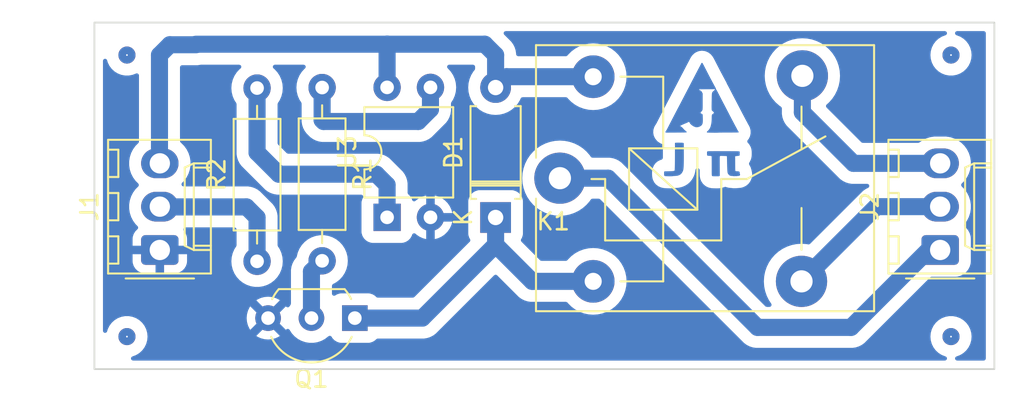
<source format=kicad_pcb>
(kicad_pcb (version 20240108) (generator "pcbnew") (generator_version "8.0")
  (layers (0 "F.Cu" signal) (31 "B.Cu" signal) (34 "B.Paste" user) (35 "F.Paste" user) (36 "B.SilkS" user "B.Silkscreen") (37 "F.SilkS" user "F.Silkscreen") (38 "B.Mask" user) (39 "F.Mask" user) (44 "Edge.Cuts" user))
  (net 0 "")
  (net 1 "+5V")
  (net 2 "Net-(D1-A)")
  (net 3 "GND")
  (net 4 "Net-(J2-Pad1)")
  (net 5 "Net-(J2-Pad2)")
  (net 6 "Net-(J2-Pad3)")
  (net 7 "Net-(Q1-B)")
  (net 8 "Net-(R1-Pad1)")
  (net 9 "Net-(R2-Pad2)")
  (net 10 "Net-(J1-Pad2)")
  (footprint "Package_TO_SOT_THT:TO-92L_Inline_Wide" (layer "F.Cu") (at 125.105 124.01 180)
    (property "Reference" "Q1" (at 2.54 -3.56 180) (layer "F.SilkS"))
    (property "Value" "BC337")
    (fp_line (start 0.6 1.7) (end 4.45 1.7) (stroke (width 0.12)) (layer "F.SilkS"))
    (fp_arc (start 4.842383 1.112264) (mid 4.666594 1.419753) (end 4.45 1.7) (stroke (width 0.12)) (layer "F.SilkS"))
    (fp_arc (start 2.54 -2.6) (mid 3.936979 -2.192818) (end 4.8964 -1.098807) (stroke (width 0.12)) (layer "F.SilkS"))
    (fp_arc (start 0.6 1.7) (mid 0.389183 1.423933) (end 0.217369 1.122045) (stroke (width 0.12)) (layer "F.SilkS"))
    (fp_arc (start 0.1836 -1.098807) (mid 1.143021 -2.192817) (end 2.54 -2.6) (stroke (width 0.12)) (layer "F.SilkS"))
    (pad "1" thru_hole rect (at 0 0 180) (size 1.5 1.5) (drill 0.8) (layers "*.Cu" "*.Mask") (net 2 "Net-(D1-A)"))
    (pad "2" thru_hole circle (at 2.54 0 180) (size 1.5 1.5) (drill 0.8) (layers "*.Cu" "*.Mask") (net 7 "Net-(Q1-B)"))
    (pad "3" thru_hole circle (at 5.08 0 180) (size 1.5 1.5) (drill 0.8) (layers "*.Cu" "*.Mask") (net 3 "GND"))
  )
  (footprint "Relay_THT:Relay_SPDT_SANYOU_SRD_Series_Form_C" (layer "F.Cu") (at 137.115 115.805)
    (property "Reference" "K1" (at -0.39 2.54 0) (layer "F.SilkS"))
    (property "Value" "RELAY_C")
    (fp_line (start -1.4 -7.8) (end -1.4 -1.2) (stroke (width 0.12)) (layer "F.SilkS"))
    (fp_line (start -1.4 -7.8) (end 18.4 -7.8) (stroke (width 0.12)) (layer "F.SilkS"))
    (fp_line (start -1.4 1.2) (end -1.4 7.8) (stroke (width 0.12)) (layer "F.SilkS"))
    (fp_line (start 2.65 0.05) (end 1.85 0.05) (stroke (width 0.12)) (layer "F.SilkS"))
    (fp_line (start 2.65 0.05) (end 2.65 3.65) (stroke (width 0.12)) (layer "F.SilkS"))
    (fp_line (start 3.55 6.05) (end 6.05 6.05) (stroke (width 0.12)) (layer "F.SilkS"))
    (fp_line (start 4.05 -1.75) (end 8.05 -1.75) (stroke (width 0.12)) (layer "F.SilkS"))
    (fp_line (start 4.05 1.85) (end 4.05 -1.75) (stroke (width 0.12)) (layer "F.SilkS"))
    (fp_line (start 6.05 -5.95) (end 3.55 -5.95) (stroke (width 0.12)) (layer "F.SilkS"))
    (fp_line (start 6.05 -5.95) (end 6.05 -1.75) (stroke (width 0.12)) (layer "F.SilkS"))
    (fp_line (start 6.05 1.85) (end 6.05 6.05) (stroke (width 0.12)) (layer "F.SilkS"))
    (fp_line (start 8.05 -1.75) (end 8.05 1.85) (stroke (width 0.12)) (layer "F.SilkS"))
    (fp_line (start 8.05 1.85) (end 4.05 -1.75) (stroke (width 0.12)) (layer "F.SilkS"))
    (fp_line (start 8.05 1.85) (end 4.05 1.85) (stroke (width 0.12)) (layer "F.SilkS"))
    (fp_line (start 9.45 0.05) (end 9.45 3.65) (stroke (width 0.12)) (layer "F.SilkS"))
    (fp_line (start 9.45 0.05) (end 10.95 0.05) (stroke (width 0.12)) (layer "F.SilkS"))
    (fp_line (start 9.45 3.65) (end 2.65 3.65) (stroke (width 0.12)) (layer "F.SilkS"))
    (fp_line (start 10.95 0.05) (end 15.55 -2.45) (stroke (width 0.12)) (layer "F.SilkS"))
    (fp_line (start 14.15 -4.2) (end 14.15 -1.7) (stroke (width 0.12)) (layer "F.SilkS"))
    (fp_line (start 14.15 4.2) (end 14.15 1.75) (stroke (width 0.12)) (layer "F.SilkS"))
    (fp_line (start 18.4 -7.8) (end 18.4 7.8) (stroke (width 0.12)) (layer "F.SilkS"))
    (fp_line (start 18.4 7.8) (end -1.4 7.8) (stroke (width 0.12)) (layer "F.SilkS"))
    (pad "1" thru_hole circle (at 0 0 90) (size 3 3) (drill 1.3) (layers "*.Cu" "*.Mask") (net 4 "Net-(J2-Pad1)"))
    (pad "2" thru_hole circle (at 1.95 6.05 90) (size 2.5 2.5) (drill 1) (layers "*.Cu" "*.Mask") (net 2 "Net-(D1-A)"))
    (pad "3" thru_hole circle (at 14.15 6.05 90) (size 3 3) (drill 1.3) (layers "*.Cu" "*.Mask") (net 5 "Net-(J2-Pad2)"))
    (pad "4" thru_hole circle (at 14.2 -6 90) (size 3 3) (drill 1.3) (layers "*.Cu" "*.Mask") (net 6 "Net-(J2-Pad3)"))
    (pad "5" thru_hole circle (at 1.95 -5.95 90) (size 2.5 2.5) (drill 1) (layers "*.Cu" "*.Mask") (net 1 "+5V"))
  )
  (footprint "Imagenes:Logo_Cobre_4.8mm_7mm" (layer "F.Cu") (at 145.415 112.395)
    (property "Reference" "G***" (hide yes))
    (property "Value" "LOGO" (hide yes))
    (fp_poly (pts (xy -1.31985 1.327241) (xy -1.299041 1.327452) (xy -1.232725 1.328264) (xy -1.181208 1.329115) (xy -1.142403 1.330189) (xy -1.114221 1.331672) (xy -1.094575 1.333749) (xy -1.081377 1.336605) (xy -1.072539 1.340426) (xy -1.065972 1.345396) (xy -1.062854 1.348405) (xy -1.044416 1.366857) (xy -1.041564 1.888831) (xy -1.040919 2.0482) (xy -1.040846 2.191605) (xy -1.041386 2.319966) (xy -1.042584 2.434197) (xy -1.044482 2.535218) (xy -1.047122 2.623945) (xy -1.050548 2.701295) (xy -1.054803 2.768185) (xy -1.059929 2.825533) (xy -1.065969 2.874256) (xy -1.072966 2.915271) (xy -1.080963 2.949496) (xy -1.090003 2.977846) (xy -1.092787 2.985007) (xy -1.130151 3.063691) (xy -1.173107 3.12761) (xy -1.223544 3.178477) (xy -1.283352 3.218004) (xy -1.354421 3.247904) (xy -1.396421 3.260206) (xy -1.430058 3.266822) (xy -1.475918 3.272915) (xy -1.529333 3.277955) (xy -1.580319 3.281165) (xy -1.624689 3.283725) (xy -1.662818 3.286774) (xy -1.691641 3.29) (xy -1.708091 3.293092) (xy -1.710676 3.29441) (xy -1.720516 3.297058) (xy -1.7444 3.298955) (xy -1.779499 3.300139) (xy -1.822988 3.300647) (xy -1.87204 3.300518) (xy -1.923828 3.299789) (xy -1.975524 3.298498) (xy -2.024303 3.296682) (xy -2.067338 3.294379) (xy -2.101801 3.291628) (xy -2.122555 3.288909) (xy -2.152395 3.282304) (xy -2.175395 3.274967) (xy -2.186675 3.26846) (xy -2.186759 3.268332) (xy -2.191426 3.252295) (xy -2.195039 3.223813) (xy -2.197484 3.187302) (xy -2.198645 3.147181) (xy -2.198408 3.107866) (xy -2.196658 3.073775) (xy -2.19328 3.049323) (xy -2.192526 3.046408) (xy -2.182097 3.010339) (xy -1.933352 3.00491) (xy -1.84696 3.0027) (xy -1.775931 3.000091) (xy -1.718741 2.996922) (xy -1.673867 2.993031) (xy -1.639786 2.988256) (xy -1.614973 2.982436) (xy -1.597905 2.975408) (xy -1.588269 2.968285) (xy -1.584214 2.958921) (xy -1.580557 2.938983) (xy -1.577284 2.907925) (xy -1.574382 2.8652) (xy -1.571836 2.810262) (xy -1.569634 2.742565) (xy -1.567762 2.661562) (xy -1.566206 2.566708) (xy -1.564953 2.457456) (xy -1.563988 2.33326) (xy -1.563299 2.193573) (xy -1.562871 2.037851) (xy -1.562742 1.944056) (xy -1.562167 1.342202) (xy -1.539479 1.333576) (xy -1.523344 1.33088) (xy -1.491823 1.328861) (xy -1.446407 1.327556) (xy -1.388586 1.327004)) (fill solid) (layer "B.Cu"))
    (fp_poly (pts (xy 1.040486 1.825301) (xy 1.158606 1.825482) (xy 1.281273 1.825759) (xy 1.283511 1.825765) (xy 1.432825 1.826196) (xy 1.566073 1.826665) (xy 1.684076 1.827184) (xy 1.787656 1.827765) (xy 1.877635 1.82842) (xy 1.954834 1.82916) (xy 2.020076 1.829997) (xy 2.074181 1.830943) (xy 2.117972 1.832009) (xy 2.152271 1.833208) (xy 2.177899 1.83455) (xy 2.195678 1.836049) (xy 2.206429 1.837715) (xy 2.210256 1.839011) (xy 2.217938 1.844229) (xy 2.223212 1.851517) (xy 2.226529 1.863812) (xy 2.228341 1.88405) (xy 2.229099 1.915169) (xy 2.229255 1.960105) (xy 2.229256 1.962528) (xy 2.228827 2.011433) (xy 2.227382 2.045889) (xy 2.224685 2.068315) (xy 2.2205 2.081133) (xy 2.217266 2.085144) (xy 2.203934 2.090391) (xy 2.178239 2.096129) (xy 2.144648 2.101447) (xy 2.126491 2.103642) (xy 2.070222 2.109852) (xy 2.028586 2.114837) (xy 1.999413 2.119063) (xy 1.980532 2.122994) (xy 1.969773 2.127096) (xy 1.964966 2.131835) (xy 1.96394 2.137674) (xy 1.963969 2.138481) (xy 1.964138 2.149672) (xy 1.96435 2.176046) (xy 1.964598 2.215895) (xy 1.964873 2.267515) (xy 1.965165 2.329199) (xy 1.965468 2.399242) (xy 1.965771 2.475936) (xy 1.966067 2.557577) (xy 1.96608 2.561185) (xy 1.966488 2.65774) (xy 1.967018 2.738739) (xy 1.967711 2.805516) (xy 1.968609 2.859403) (xy 1.969753 2.901732) (xy 1.971185 2.933837) (xy 1.972947 2.957051) (xy 1.975079 2.972705) (xy 1.977624 2.982134) (xy 1.979302 2.98527) (xy 1.986903 2.992561) (xy 1.999309 2.997728) (xy 2.019693 3.001387) (xy 2.05123 3.004155) (xy 2.086965 3.006158) (xy 2.138493 3.009362) (xy 2.175607 3.01423) (xy 2.20078 3.022464) (xy 2.216486 3.035767) (xy 2.225197 3.055842) (xy 2.229388 3.084391) (xy 2.230702 3.105091) (xy 2.23389 3.141827) (xy 2.238882 3.165117) (xy 2.244272 3.172969) (xy 2.253562 3.183748) (xy 2.254297 3.203437) (xy 2.247319 3.226917) (xy 2.233471 3.249065) (xy 2.231367 3.251413) (xy 2.220115 3.262475) (xy 2.208521 3.269934) (xy 2.192802 3.274798) (xy 2.169178 3.278072) (xy 2.133867 3.280762) (xy 2.117064 3.281812) (xy 2.079545 3.284739) (xy 2.04862 3.288346) (xy 2.027966 3.292129) (xy 2.021316 3.29493) (xy 2.012122 3.296818) (xy 2.004782 3.292635) (xy 1.987066 3.286884) (xy 1.969647 3.288391) (xy 1.938221 3.294174) (xy 1.908605 3.296657) (xy 1.886383 3.295559) (xy 1.878823 3.292994) (xy 1.867358 3.290069) (xy 1.842881 3.286774) (xy 1.809249 3.283556) (xy 1.778639 3.281356) (xy 1.731063 3.277538) (xy 1.696184 3.272406) (xy 1.669818 3.265157) (xy 1.651484 3.257002) (xy 1.610964 3.228551) (xy 1.572774 3.189203) (xy 1.542001 3.144725) (xy 1.529557 3.118848) (xy 1.522935 3.097179) (xy 1.517027 3.067028) (xy 1.511774 3.027421) (xy 1.507114 2.977383) (xy 1.502991 2.915939) (xy 1.499343 2.842115) (xy 1.496112 2.754937) (xy 1.493239 2.653429) (xy 1.490663 2.536617) (xy 1.489181 2.455519) (xy 1.487542 2.366779) (xy 1.4859 2.293709) (xy 1.484197 2.235091) (xy 1.482373 2.189706) (xy 1.48037 2.156335) (xy 1.47813 2.13376) (xy 1.475593 2.120764) (xy 1.472836 2.116171) (xy 1.461581 2.114746) (xy 1.436051 2.113046) (xy 1.398852 2.111196) (xy 1.352593 2.109318) (xy 1.299882 2.107538) (xy 1.277868 2.106889) (xy 1.216385 2.105286) (xy 1.169535 2.104468) (xy 1.135079 2.104527) (xy 1.110775 2.105555) (xy 1.094382 2.107644) (xy 1.083662 2.110887) (xy 1.076629 2.115168) (xy 1.07331 2.118149) (xy 1.070464 2.122206) (xy 1.068062 2.128558) (xy 1.066072 2.138419) (xy 1.064467 2.153007) (xy 1.063214 2.173539) (xy 1.062286 2.20123) (xy 1.061652 2.237298) (xy 1.061282 2.282958) (xy 1.061146 2.339428) (xy 1.061214 2.407924) (xy 1.061458 2.489662) (xy 1.061845 2.585859) (xy 1.062347 2.697343) (xy 1.064952 3.266032) (xy 1.039933 3.283847) (xy 1.030764 3.289754) (xy 1.020511 3.294174) (xy 1.006754 3.297306) (xy 0.987072 3.299351) (xy 0.959043 3.30051) (xy 0.920247 3.300983) (xy 0.868263 3.300969) (xy 0.834667 3.300834) (xy 0.762573 3.300036) (xy 0.706911 3.298364) (xy 0.667251 3.295795) (xy 0.643158 3.292305) (xy 0.636323 3.28995) (xy 0.627442 3.285363) (xy 0.619801 3.281381) (xy 0.613307 3.276778) (xy 0.607868 3.270332) (xy 0.60339 3.260818) (xy 0.599781 3.247013) (xy 0.596948 3.227692) (xy 0.594798 3.201631) (xy 0.593239 3.167607) (xy 0.592177 3.124396) (xy 0.591521 3.070774) (xy 0.591176 3.005516) (xy 0.591051 2.9274) (xy 0.591052 2.8352) (xy 0.591087 2.727693) (xy 0.591091 2.693253) (xy 0.591047 2.579751) (xy 0.590901 2.481985) (xy 0.590627 2.398805) (xy 0.590202 2.329059) (xy 0.589602 2.271596) (xy 0.588801 2.225264) (xy 0.587776 2.188912) (xy 0.586503 2.161388) (xy 0.584958 2.141542) (xy 0.583115 2.128222) (xy 0.580951 2.120275) (xy 0.578961 2.117003) (xy 0.567817 2.111295) (xy 0.545975 2.106916) (xy 0.511447 2.103606) (xy 0.46224 2.101103) (xy 0.456075 2.100874) (xy 0.405327 2.098454) (xy 0.369427 2.095265) (xy 0.346342 2.091041) (xy 0.334039 2.085512) (xy 0.33313 2.084687) (xy 0.325972 2.069152) (xy 0.320304 2.038024) (xy 0.316022 1.990714) (xy 0.315607 1.984106) (xy 0.31426 1.925009) (xy 0.31849 1.880838) (xy 0.328589 1.850476) (xy 0.344846 1.83281) (xy 0.356209 1.828176) (xy 0.367151 1.82755) (xy 0.393859 1.82699) (xy 0.435212 1.826502) (xy 0.490087 1.826086) (xy 0.557363 1.825747) (xy 0.635918 1.825488) (xy 0.724629 1.825311) (xy 0.822376 1.825218) (xy 0.928035 1.825214)) (fill solid) (layer "B.Cu"))
    (fp_poly (pts (xy 0.033658 -3.353645) (xy 0.05129 -3.336313) (xy 0.072031 -3.305473) (xy 0.097224 -3.260625) (xy 0.128208 -3.201266) (xy 0.137353 -3.183444) (xy 0.167323 -3.125013) (xy 0.20155 -3.058374) (xy 0.236541 -2.990322) (xy 0.268803 -2.927652) (xy 0.280587 -2.904787) (xy 0.307802 -2.851957) (xy 0.340015 -2.789343) (xy 0.374528 -2.722197) (xy 0.408644 -2.655766) (xy 0.439011 -2.596576) (xy 0.464326 -2.547365) (xy 0.487289 -2.503044) (xy 0.50671 -2.465881) (xy 0.521401 -2.438147) (xy 0.530172 -2.422111) (xy 0.53192 -2.419249) (xy 0.537937 -2.40901) (xy 0.550092 -2.386731) (xy 0.566789 -2.355385) (xy 0.586435 -2.317946) (xy 0.593039 -2.305252) (xy 0.614772 -2.263643) (xy 0.635507 -2.224406) (xy 0.653138 -2.191493) (xy 0.66556 -2.168856) (xy 0.667226 -2.165924) (xy 0.678687 -2.145243) (xy 0.695616 -2.113798) (xy 0.715743 -2.075838) (xy 0.736801 -2.035612) (xy 0.737099 -2.03504) (xy 0.757457 -1.996361) (xy 0.776301 -1.96143) (xy 0.791621 -1.933918) (xy 0.801407 -1.917496) (xy 0.801856 -1.916822) (xy 0.824816 -1.873193) (xy 0.839881 -1.825142) (xy 0.840719 -1.820807) (xy 0.8487 -1.799164) (xy 0.863425 -1.773957) (xy 0.869241 -1.766033) (xy 0.879471 -1.750379) (xy 0.895974 -1.72195) (xy 0.917479 -1.683082) (xy 0.942714 -1.63611) (xy 0.970408 -1.583368) (xy 0.998677 -1.528391) (xy 1.044711 -1.438048) (xy 1.085589 -1.358135) (xy 1.123721 -1.283985) (xy 1.161517 -1.210929) (xy 1.201386 -1.134299) (xy 1.245738 -1.049427) (xy 1.259168 -1.02378) (xy 1.290572 -0.963822) (xy 1.31786 -0.911704) (xy 1.342239 -0.86511) (xy 1.364917 -0.821725) (xy 1.3871 -0.779233) (xy 1.409996 -0.73532) (xy 1.434812 -0.687668) (xy 1.462757 -0.633964) (xy 1.495037 -0.571891) (xy 1.532859 -0.499134) (xy 1.570647 -0.426429) (xy 1.591286 -0.386582) (xy 1.610101 -0.350005) (xy 1.625194 -0.320406) (xy 1.634664 -0.301497) (xy 1.635504 -0.299767) (xy 1.647141 -0.276352) (xy 1.657022 -0.257546) (xy 1.664346 -0.243823) (xy 1.677599 -0.21857) (xy 1.694962 -0.185266) (xy 1.714617 -0.147388) (xy 1.716603 -0.14355) (xy 1.738986 -0.100488) (xy 1.761813 -0.056887) (xy 1.782276 -0.018097) (xy 1.796437 0.008444) (xy 1.826323 0.064288) (xy 1.862396 0.132345) (xy 1.903163 0.209786) (xy 1.947131 0.293785) (xy 1.953232 0.305475) (xy 1.973786 0.344362) (xy 1.993624 0.381002) (xy 2.010303 0.410931) (xy 2.020266 0.427915) (xy 2.03356 0.451295) (xy 2.05051 0.483738) (xy 2.067828 0.518913) (xy 2.070779 0.525151) (xy 2.090466 0.564066) (xy 2.113369 0.604954) (xy 2.134702 0.639291) (xy 2.135717 0.640795) (xy 2.15831 0.677748) (xy 2.168599 0.704382) (xy 2.16682 0.721689) (xy 2.15679 0.729516) (xy 2.14628 0.730379) (xy 2.120293 0.731198) (xy 2.080237 0.731958) (xy 2.027522 0.732648) (xy 1.963558 0.733255) (xy 1.889756 0.733768) (xy 1.807525 0.734174) (xy 1.718275 0.734461) (xy 1.623416 0.734616) (xy 1.566249 0.734641) (xy 1.468574 0.734732) (xy 1.375534 0.734994) (xy 1.288559 0.735413) (xy 1.209078 0.735973) (xy 1.138521 0.736659) (xy 1.078319 0.737456) (xy 1.029901 0.738348) (xy 0.994696 0.739321) (xy 0.974135 0.740359) (xy 0.969516 0.740974) (xy 0.956825 0.742303) (xy 0.929259 0.743313) (xy 0.888827 0.74399) (xy 0.837539 0.744323) (xy 0.777405 0.744297) (xy 0.710436 0.743902) (xy 0.638641 0.743123) (xy 0.635835 0.743085) (xy 0.54584 0.741693) (xy 0.471857 0.740133) (xy 0.413008 0.738367) (xy 0.368419 0.736356) (xy 0.337212 0.734062) (xy 0.318511 0.731448) (xy 0.311776 0.728926) (xy 0.304973 0.711151) (xy 0.313608 0.687203) (xy 0.337519 0.657382) (xy 0.363653 0.632831) (xy 0.417856 0.576652) (xy 0.465861 0.509061) (xy 0.504684 0.435146) (xy 0.531337 0.359993) (xy 0.536385 0.338593) (xy 0.543979 0.303027) (xy 0.551821 0.268154) (xy 0.556882 0.24694) (xy 0.567779 0.192745) (xy 0.577004 0.125704) (xy 0.584191 0.049808) (xy 0.588973 -0.030952) (xy 0.590983 -0.112584) (xy 0.591023 -0.12438) (xy 0.591527 -0.18781) (xy 0.593436 -0.236873) (xy 0.597445 -0.274076) (xy 0.604248 -0.301926) (xy 0.614542 -0.32293) (xy 0.629021 -0.339594) (xy 0.64838 -0.354426) (xy 0.656217 -0.359509) (xy 0.686769 -0.37975) (xy 0.705288 -0.39532) (xy 0.71463 -0.409519) (xy 0.717651 -0.425647) (xy 0.717753 -0.430616) (xy 0.715037 -0.445086) (xy 0.705383 -0.461077) (xy 0.686526 -0.481535) (xy 0.659299 -0.506657) (xy 0.632733 -0.531138) (xy 0.61091 -0.552861) (xy 0.597112 -0.568489) (xy 0.594351 -0.572738) (xy 0.591616 -0.586417) (xy 0.589019 -0.613084) (xy 0.586859 -0.648843) (xy 0.585473 -0.688198) (xy 0.584878 -0.71289) (xy 0.584383 -0.733686) (xy 0.584005 -0.752311) (xy 0.58376 -0.77049) (xy 0.583663 -0.789949) (xy 0.583729 -0.812412) (xy 0.583976 -0.839605) (xy 0.584419 -0.873253) (xy 0.585074 -0.915082) (xy 0.585956 -0.966817) (xy 0.587082 -1.030182) (xy 0.588467 -1.106904) (xy 0.590128 -1.198708) (xy 0.590211 -1.203291) (xy 0.591846 -1.296347) (xy 0.593369 -1.374242) (xy 0.595179 -1.438698) (xy 0.597679 -1.491434) (xy 0.601269 -1.534171) (xy 0.606352 -1.568629) (xy 0.613327 -1.596528) (xy 0.622598 -1.619589) (xy 0.634564 -1.639532) (xy 0.649628 -1.658077) (xy 0.66819 -1.676944) (xy 0.690652 -1.697854) (xy 0.709661 -1.715322) (xy 0.740299 -1.744422) (xy 0.765553 -1.769865) (xy 0.783227 -1.789325) (xy 0.791121 -1.800475) (xy 0.791288 -1.801768) (xy 0.781878 -1.80491) (xy 0.757021 -1.807005) (xy 0.718128 -1.807995) (xy 0.666611 -1.807823) (xy 0.649686 -1.807551) (xy 0.608351 -1.806916) (xy 0.553147 -1.806267) (xy 0.487093 -1.805631) (xy 0.413209 -1.80503) (xy 0.334515 -1.804491) (xy 0.254028 -1.804039) (xy 0.185772 -1.803737) (xy 0.113007 -1.803287) (xy 0.045354 -1.802535) (xy -0.015283 -1.801527) (xy -0.066998 -1.80031) (xy -0.107886 -1.79893) (xy -0.136043 -1.797432) (xy -0.149564 -1.795864) (xy -0.150302 -1.795574) (xy -0.153551 -1.786106) (xy -0.142757 -1.772515) (xy -0.119766 -1.756406) (xy -0.086423 -1.739384) (xy -0.084845 -1.738682) (xy -0.049158 -1.719461) (xy -0.020256 -1.694913) (xy 0.005284 -1.661359) (xy 0.030884 -1.615116) (xy 0.031832 -1.613204) (xy 0.063331 -1.549501) (xy 0.063331 -1.085073) (xy 0.063375 -0.981296) (xy 0.063373 -0.892933) (xy 0.063129 -0.818512) (xy 0.062444 -0.75656) (xy 0.061122 -0.705605) (xy 0.058965 -0.664173) (xy 0.055774 -0.630792) (xy 0.051354 -0.603988) (xy 0.045505 -0.582289) (xy 0.038031 -0.564223) (xy 0.028733 -0.548315) (xy 0.017415 -0.533095) (xy 0.003878 -0.517087) (xy -0.012074 -0.498821) (xy -0.015907 -0.494376) (xy -0.037219 -0.468323) (xy -0.054128 -0.445384) (xy -0.063461 -0.42991) (xy -0.064068 -0.428329) (xy -0.062301 -0.408487) (xy -0.046319 -0.389828) (xy -0.018739 -0.374946) (xy -0.006132 -0.37092) (xy 0.020649 -0.360269) (xy 0.043266 -0.34572) (xy 0.046028 -0.343171) (xy 0.051953 -0.336558) (xy 0.056561 -0.32859) (xy 0.06009 -0.317079) (xy 0.062778 -0.29984) (xy 0.064865 -0.274686) (xy 0.066588 -0.239429) (xy 0.068187 -0.191884) (xy 0.0699 -0.129864) (xy 0.070089 -0.122664) (xy 0.071837 -0.034027) (xy 0.071744 0.039863) (xy 0.069441 0.10108) (xy 0.06456 0.151702) (xy 0.056732 0.193804) (xy 0.045586 0.229462) (xy 0.030755 0.260752) (xy 0.011868 0.289751) (xy -0.007559 0.314044) (xy -0.031281 0.335681) (xy -0.064789 0.358637) (xy -0.103335 0.380419) (xy -0.142171 0.398537) (xy -0.176548 0.410499) (xy -0.197991 0.413965) (xy -0.224792 0.416136) (xy -0.253547 0.421091) (xy -0.254032 0.421203) (xy -0.301886 0.424761) (xy -0.357524 0.416105) (xy -0.418283 0.396289) (xy -0.481499 0.366368) (xy -0.544507 0.327396) (xy -0.600345 0.284159) (xy -0.638414 0.249027) (xy -0.666455 0.216738) (xy -0.689097 0.181744) (xy -0.695323 0.170278) (xy -0.711486 0.141801) (xy -0.72634 0.119566) (xy -0.737121 0.107635) (xy -0.738553 0.106839) (xy -0.751323 0.108608) (xy -0.773939 0.117593) (xy -0.801979 0.131973) (xy -0.808102 0.135483) (xy -0.835974 0.151281) (xy -0.858329 0.163045) (xy -0.871131 0.168676) (xy -0.872265 0.168883) (xy -0.883175 0.172163) (xy -0.90431 0.180667) (xy -0.925425 0.189994) (xy -0.950526 0.201198) (xy -0.96883 0.208853) (xy -0.975514 0.211104) (xy -0.984511 0.214368) (xy -1.004889 0.223033) (xy -1.032701 0.235407) (xy -1.040705 0.239042) (xy -1.078175 0.256041) (xy -1.122791 0.276147) (xy -1.166259 0.295627) (xy -1.175847 0.299905) (xy -1.215951 0.319226) (xy -1.240393 0.335105) (xy -1.24975 0.34875) (xy -1.244595 0.361368) (xy -1.225503 0.374165) (xy -1.213846 0.379715) (xy -1.185 0.395208) (xy -1.155779 0.41685) (xy -1.123739 0.446846) (xy -1.086438 0.487398) (xy -1.05931 0.519153) (xy -1.028734 0.55311) (xy -0.994787 0.586812) (xy -0.963033 0.614865) (xy -0.951089 0.624102) (xy -0.924486 0.64414) (xy -0.902568 0.661997) (xy -0.889681 0.674117) (xy -0.889015 0.674929) (xy -0.879762 0.695216) (xy -0.880197 0.715066) (xy -0.889856 0.72811) (xy -0.892969 0.729376) (xy -0.903691 0.73013) (xy -0.929908 0.730915) (xy -0.970225 0.731715) (xy -1.023247 0.732514) (xy -1.08758 0.733296) (xy -1.161831 0.734045) (xy -1.244603 0.734747) (xy -1.334505 0.735383) (xy -1.43014 0.73594) (xy -1.500711 0.736278) (xy -2.093677 0.738863) (xy -2.112003 0.720538) (xy -2.130329 0.702213) (xy -2.095103 0.650607) (xy -2.082379 0.631708) (xy -2.070402 0.613146) (xy -2.058206 0.593144) (xy -2.044825 0.569928) (xy -2.029294 0.54172) (xy -2.010646 0.506747) (xy -1.987915 0.463231) (xy -1.960137 0.409398) (xy -1.926345 0.343471) (xy -1.899692 0.291323) (xy -1.86825 0.229831) (xy -1.83623 0.167329) (xy -1.805345 0.107152) (xy -1.777307 0.052632) (xy -1.753827 0.007101) (xy -1.739216 -0.02111) (xy -1.713356 -0.07094) (xy -1.684244 -0.127134) (xy -1.655837 -0.182045) (xy -1.636469 -0.219548) (xy -1.604179 -0.282024) (xy -1.568551 -0.350756) (xy -1.530835 -0.423353) (xy -1.492278 -0.497422) (xy -1.454128 -0.570573) (xy -1.417634 -0.640415) (xy -1.384042 -0.704557) (xy -1.354602 -0.760608) (xy -1.330562 -0.806176) (xy -1.314722 -0.835971) (xy -1.297534 -0.868354) (xy -1.275398 -0.910436) (xy -1.2511 -0.956901) (xy -1.227427 -1.002434) (xy -1.226174 -1.004854) (xy -1.200147 -1.05503) (xy -1.170984 -1.111122) (xy -1.142456 -1.165882) (xy -1.120716 -1.207513) (xy -1.094894 -1.257022) (xy -1.065612 -1.313385) (xy -1.037073 -1.368507) (xy -1.019936 -1.401729) (xy -0.995417 -1.449259) (xy -0.968319 -1.501627) (xy -0.942379 -1.551616) (xy -0.925896 -1.583278) (xy -0.868597 -1.693167) (xy -0.818195 -1.78997) (xy -0.773724 -1.875546) (xy -0.734219 -1.951756) (xy -0.698716 -2.020461) (xy -0.666249 -2.083519) (xy -0.649957 -2.115259) (xy -0.623864 -2.165992) (xy -0.597541 -2.216896) (xy -0.573066 -2.263972) (xy -0.552517 -2.303218) (xy -0.540264 -2.326363) (xy -0.521428 -2.361849) (xy -0.49804 -2.40625) (xy -0.473299 -2.453475) (xy -0.453734 -2.491024) (xy -0.428358 -2.539881) (xy -0.399776 -2.59491) (xy -0.372043 -2.648308) (xy -0.355055 -2.681017) (xy -0.314447 -2.759176) (xy -0.280483 -2.82447) (xy -0.252045 -2.87903) (xy -0.228015 -2.924992) (xy -0.207278 -2.964487) (xy -0.188714 -2.99965) (xy -0.171208 -3.032615) (xy -0.156054 -3.061004) (xy -0.131334 -3.107647) (xy -0.10291 -3.161946) (xy -0.074657 -3.216464) (xy -0.054795 -3.255219) (xy -0.032595 -3.297912) (xy -0.01399 -3.329603) (xy 0.002359 -3.349789) (xy 0.017795 -3.35797)) (fill solid) (layer "B.Cu"))
  )
  (footprint "Connector_Molex:Molex_KK-254_AE-6410-03A_1x03_P2.54mm_Vertical" (layer "F.Cu") (at 113.685 120.015 90)
    (property "Reference" "J1" (at 2.54 -4.12 -90) (layer "F.SilkS"))
    (property "Value" "TB_1X3")
    (fp_line (start 6.46 -3.03) (end -1.38 -3.03) (stroke (width 0.12)) (layer "F.SilkS"))
    (fp_line (start 4.28 -3.03) (end 4.28 -2.43) (stroke (width 0.12)) (layer "F.SilkS"))
    (fp_line (start 1.74 -3.03) (end 1.74 -2.43) (stroke (width 0.12)) (layer "F.SilkS"))
    (fp_line (start -0.8 -3.03) (end -0.8 -2.43) (stroke (width 0.12)) (layer "F.SilkS"))
    (fp_line (start -1.38 -3.03) (end -1.38 2.99) (stroke (width 0.12)) (layer "F.SilkS"))
    (fp_line (start 5.88 -2.43) (end 5.88 -3.03) (stroke (width 0.12)) (layer "F.SilkS"))
    (fp_line (start 4.28 -2.43) (end 5.88 -2.43) (stroke (width 0.12)) (layer "F.SilkS"))
    (fp_line (start 3.34 -2.43) (end 3.34 -3.03) (stroke (width 0.12)) (layer "F.SilkS"))
    (fp_line (start 1.74 -2.43) (end 3.34 -2.43) (stroke (width 0.12)) (layer "F.SilkS"))
    (fp_line (start 0.8 -2.43) (end 0.8 -3.03) (stroke (width 0.12)) (layer "F.SilkS"))
    (fp_line (start -0.8 -2.43) (end 0.8 -2.43) (stroke (width 0.12)) (layer "F.SilkS"))
    (fp_line (start -1.67 -2) (end -1.67 2) (stroke (width 0.12)) (layer "F.SilkS"))
    (fp_line (start 4.83 1.46) (end 5.08 1.99) (stroke (width 0.12)) (layer "F.SilkS"))
    (fp_line (start 0.25 1.46) (end 4.83 1.46) (stroke (width 0.12)) (layer "F.SilkS"))
    (fp_line (start 5.08 1.99) (end 5.08 2.99) (stroke (width 0.12)) (layer "F.SilkS"))
    (fp_line (start 0 1.99) (end 0.25 1.46) (stroke (width 0.12)) (layer "F.SilkS"))
    (fp_line (start 0 1.99) (end 5.08 1.99) (stroke (width 0.12)) (layer "F.SilkS"))
    (fp_line (start 6.46 2.99) (end 6.46 -3.03) (stroke (width 0.12)) (layer "F.SilkS"))
    (fp_line (start 4.83 2.99) (end 4.83 1.99) (stroke (width 0.12)) (layer "F.SilkS"))
    (fp_line (start 0.25 2.99) (end 0.25 1.99) (stroke (width 0.12)) (layer "F.SilkS"))
    (fp_line (start 0 2.99) (end 0 1.99) (stroke (width 0.12)) (layer "F.SilkS"))
    (fp_line (start -1.38 2.99) (end 6.46 2.99) (stroke (width 0.12)) (layer "F.SilkS"))
    (pad "1" thru_hole roundrect (at 0 0 90) (size 1.74 2.19) (drill 1.19) (layers "*.Cu" "*.Mask") (roundrect_rratio 0.143678) (net 3 "GND"))
    (pad "2" thru_hole oval (at 2.54 0 90) (size 1.74 2.19) (drill 1.19) (layers "*.Cu" "*.Mask") (net 10 "Net-(J1-Pad2)"))
    (pad "3" thru_hole oval (at 5.08 0 90) (size 1.74 2.19) (drill 1.19) (layers "*.Cu" "*.Mask") (net 1 "+5V"))
  )
  (footprint "Resistor_THT:R_Axial_DIN0207_L6.3mm_D2.5mm_P10.16mm_Horizontal" (layer "F.Cu") (at 119.38 120.68 90)
    (property "Reference" "R2" (at 5.08 -2.37 -90) (layer "F.SilkS"))
    (property "Value" "220")
    (fp_line (start 8.35 -1.37) (end 1.81 -1.37) (stroke (width 0.12)) (layer "F.SilkS"))
    (fp_line (start 1.81 -1.37) (end 1.81 1.37) (stroke (width 0.12)) (layer "F.SilkS"))
    (fp_line (start 9.12 0) (end 8.35 0) (stroke (width 0.12)) (layer "F.SilkS"))
    (fp_line (start 1.04 0) (end 1.81 0) (stroke (width 0.12)) (layer "F.SilkS"))
    (fp_line (start 8.35 1.37) (end 8.35 -1.37) (stroke (width 0.12)) (layer "F.SilkS"))
    (fp_line (start 1.81 1.37) (end 8.35 1.37) (stroke (width 0.12)) (layer "F.SilkS"))
    (pad "1" thru_hole circle (at 0 0 90) (size 1.6 1.6) (drill 0.8) (layers "*.Cu" "*.Mask") (net 10 "Net-(J1-Pad2)"))
    (pad "2" thru_hole oval (at 10.16 0 90) (size 1.6 1.6) (drill 0.8) (layers "*.Cu" "*.Mask") (net 9 "Net-(R2-Pad2)"))
  )
  (footprint "Resistor_THT:R_Axial_DIN0207_L6.3mm_D2.5mm_P10.16mm_Horizontal" (layer "F.Cu") (at 123.19 110.49 -90)
    (property "Reference" "R1" (at 5.08 -2.37 90) (layer "F.SilkS"))
    (property "Value" "1K")
    (fp_line (start 1.81 1.37) (end 8.35 1.37) (stroke (width 0.12)) (layer "F.SilkS"))
    (fp_line (start 8.35 1.37) (end 8.35 -1.37) (stroke (width 0.12)) (layer "F.SilkS"))
    (fp_line (start 1.04 0) (end 1.81 0) (stroke (width 0.12)) (layer "F.SilkS"))
    (fp_line (start 9.12 0) (end 8.35 0) (stroke (width 0.12)) (layer "F.SilkS"))
    (fp_line (start 1.81 -1.37) (end 1.81 1.37) (stroke (width 0.12)) (layer "F.SilkS"))
    (fp_line (start 8.35 -1.37) (end 1.81 -1.37) (stroke (width 0.12)) (layer "F.SilkS"))
    (pad "1" thru_hole circle (at 0 0 270) (size 1.6 1.6) (drill 0.8) (layers "*.Cu" "*.Mask") (net 8 "Net-(R1-Pad1)"))
    (pad "2" thru_hole oval (at 10.16 0 270) (size 1.6 1.6) (drill 0.8) (layers "*.Cu" "*.Mask") (net 7 "Net-(Q1-B)"))
  )
  (footprint "Connector_Molex:Molex_KK-254_AE-6410-03A_1x03_P2.54mm_Vertical" (layer "F.Cu") (at 159.385 120.015 90)
    (property "Reference" "J2" (at 2.54 -4.12 -90) (layer "F.SilkS"))
    (property "Value" "TB_1X3")
    (fp_line (start 6.46 -3.03) (end -1.38 -3.03) (stroke (width 0.12)) (layer "F.SilkS"))
    (fp_line (start 4.28 -3.03) (end 4.28 -2.43) (stroke (width 0.12)) (layer "F.SilkS"))
    (fp_line (start 1.74 -3.03) (end 1.74 -2.43) (stroke (width 0.12)) (layer "F.SilkS"))
    (fp_line (start -0.8 -3.03) (end -0.8 -2.43) (stroke (width 0.12)) (layer "F.SilkS"))
    (fp_line (start -1.38 -3.03) (end -1.38 2.99) (stroke (width 0.12)) (layer "F.SilkS"))
    (fp_line (start 5.88 -2.43) (end 5.88 -3.03) (stroke (width 0.12)) (layer "F.SilkS"))
    (fp_line (start 4.28 -2.43) (end 5.88 -2.43) (stroke (width 0.12)) (layer "F.SilkS"))
    (fp_line (start 3.34 -2.43) (end 3.34 -3.03) (stroke (width 0.12)) (layer "F.SilkS"))
    (fp_line (start 1.74 -2.43) (end 3.34 -2.43) (stroke (width 0.12)) (layer "F.SilkS"))
    (fp_line (start 0.8 -2.43) (end 0.8 -3.03) (stroke (width 0.12)) (layer "F.SilkS"))
    (fp_line (start -0.8 -2.43) (end 0.8 -2.43) (stroke (width 0.12)) (layer "F.SilkS"))
    (fp_line (start -1.67 -2) (end -1.67 2) (stroke (width 0.12)) (layer "F.SilkS"))
    (fp_line (start 4.83 1.46) (end 5.08 1.99) (stroke (width 0.12)) (layer "F.SilkS"))
    (fp_line (start 0.25 1.46) (end 4.83 1.46) (stroke (width 0.12)) (layer "F.SilkS"))
    (fp_line (start 5.08 1.99) (end 5.08 2.99) (stroke (width 0.12)) (layer "F.SilkS"))
    (fp_line (start 0 1.99) (end 0.25 1.46) (stroke (width 0.12)) (layer "F.SilkS"))
    (fp_line (start 0 1.99) (end 5.08 1.99) (stroke (width 0.12)) (layer "F.SilkS"))
    (fp_line (start 6.46 2.99) (end 6.46 -3.03) (stroke (width 0.12)) (layer "F.SilkS"))
    (fp_line (start 4.83 2.99) (end 4.83 1.99) (stroke (width 0.12)) (layer "F.SilkS"))
    (fp_line (start 0.25 2.99) (end 0.25 1.99) (stroke (width 0.12)) (layer "F.SilkS"))
    (fp_line (start 0 2.99) (end 0 1.99) (stroke (width 0.12)) (layer "F.SilkS"))
    (fp_line (start -1.38 2.99) (end 6.46 2.99) (stroke (width 0.12)) (layer "F.SilkS"))
    (pad "1" thru_hole roundrect (at 0 0 90) (size 1.74 2.19) (drill 1.19) (layers "*.Cu" "*.Mask") (roundrect_rratio 0.143678) (net 4 "Net-(J2-Pad1)"))
    (pad "2" thru_hole oval (at 2.54 0 90) (size 1.74 2.19) (drill 1.19) (layers "*.Cu" "*.Mask") (net 5 "Net-(J2-Pad2)"))
    (pad "3" thru_hole oval (at 5.08 0 90) (size 1.74 2.19) (drill 1.19) (layers "*.Cu" "*.Mask") (net 6 "Net-(J2-Pad3)"))
  )
  (footprint "Package_DIP:DIP-4_W7.62mm" (layer "F.Cu") (at 126.995 118.1 90)
    (property "Reference" "U3" (at 3.81 -2.33 -90) (layer "F.SilkS"))
    (property "Value" "PC817")
    (fp_line (start 6.46 -1.33) (end 4.81 -1.33) (stroke (width 0.12)) (layer "F.SilkS"))
    (fp_line (start 2.81 -1.33) (end 1.16 -1.33) (stroke (width 0.12)) (layer "F.SilkS"))
    (fp_line (start 1.16 -1.33) (end 1.16 3.87) (stroke (width 0.12)) (layer "F.SilkS"))
    (fp_line (start 6.46 3.87) (end 6.46 -1.33) (stroke (width 0.12)) (layer "F.SilkS"))
    (fp_line (start 1.16 3.87) (end 6.46 3.87) (stroke (width 0.12)) (layer "F.SilkS"))
    (fp_arc (start 4.81 -1.33) (mid 3.81 -0.33) (end 2.81 -1.33) (stroke (width 0.12)) (layer "F.SilkS"))
    (pad "1" thru_hole rect (at 0 0 90) (size 1.6 1.6) (drill 0.8) (layers "*.Cu" "*.Mask") (net 9 "Net-(R2-Pad2)"))
    (pad "2" thru_hole oval (at 0 2.54 90) (size 1.6 1.6) (drill 0.8) (layers "*.Cu" "*.Mask") (net 3 "GND"))
    (pad "3" thru_hole oval (at 7.62 2.54 90) (size 1.6 1.6) (drill 0.8) (layers "*.Cu" "*.Mask") (net 8 "Net-(R1-Pad1)"))
    (pad "4" thru_hole oval (at 7.62 0 90) (size 1.6 1.6) (drill 0.8) (layers "*.Cu" "*.Mask") (net 1 "+5V"))
  )
  (footprint "Diode_THT:D_A-405_P7.62mm_Horizontal" (layer "F.Cu") (at 133.35 118.11 90)
    (property "Reference" "D1" (at 3.81 -2.47 -90) (layer "F.SilkS"))
    (property "Value" "DIODE")
    (fp_line (start 6.53 -1.47) (end 6.53 -1.14) (stroke (width 0.12)) (layer "F.SilkS"))
    (fp_line (start 2.11 -1.47) (end 2.11 1.47) (stroke (width 0.12)) (layer "F.SilkS"))
    (fp_line (start 1.99 -1.47) (end 1.99 1.47) (stroke (width 0.12)) (layer "F.SilkS"))
    (fp_line (start 1.87 -1.47) (end 1.87 1.47) (stroke (width 0.12)) (layer "F.SilkS"))
    (fp_line (start 1.09 -1.47) (end 6.53 -1.47) (stroke (width 0.12)) (layer "F.SilkS"))
    (fp_line (start 1.09 -1.14) (end 1.09 -1.47) (stroke (width 0.12)) (layer "F.SilkS"))
    (fp_line (start 1.09 1.14) (end 1.09 1.47) (stroke (width 0.12)) (layer "F.SilkS"))
    (fp_line (start 6.53 1.47) (end 6.53 1.14) (stroke (width 0.12)) (layer "F.SilkS"))
    (fp_line (start 1.09 1.47) (end 6.53 1.47) (stroke (width 0.12)) (layer "F.SilkS"))
    (fp_text user "K" (at 0 -1.9 -90) (layer "F.SilkS"))
    (pad "1" thru_hole rect (at 0 0 90) (size 1.8 1.8) (drill 0.9) (layers "*.Cu" "*.Mask") (net 2 "Net-(D1-A)"))
    (pad "2" thru_hole oval (at 7.62 0 90) (size 1.8 1.8) (drill 0.9) (layers "*.Cu" "*.Mask") (net 1 "+5V"))
  )
  (gr_rect (start 109.855 106.68) (end 162.56 127) (stroke (width 0.1)) (fill none) (layer "Edge.Cuts"))
  (via (at 160.02 125.095) (size 1) (drill 0.1) (layers "F.Cu" "B.Cu") (net 0))
  (via (at 160.02 108.585) (size 1) (drill 0.1) (layers "F.Cu" "B.Cu") (net 0))
  (via (at 111.76 125.095) (size 1) (drill 0.1) (layers "F.Cu" "B.Cu") (net 0))
  (via (at 111.76 108.585) (size 1) (drill 0.1) (layers "F.Cu" "B.Cu") (net 0))
  (segment (start 133.35 110.49) (end 133.985 109.855) (width 1) (layer "B.Cu") (net 1))
  (segment (start 133.985 109.855) (end 139.065 109.855) (width 1) (layer "B.Cu") (net 1))
  (segment (start 115.805 107.95) (end 127 107.95) (width 1) (layer "B.Cu") (net 1))
  (segment (start 133.35 108.585) (end 132.715 107.95) (width 1) (layer "B.Cu") (net 1))
  (segment (start 126.995 107.955) (end 127 107.95) (width 1) (layer "B.Cu") (net 1))
  (segment (start 126.995 110.48) (end 126.995 107.955) (width 1) (layer "B.Cu") (net 1))
  (segment (start 132.715 107.95) (end 127 107.95) (width 1) (layer "B.Cu") (net 1))
  (segment (start 133.35 110.49) (end 133.35 108.585) (width 1) (layer "B.Cu") (net 1))
  (segment (start 114.27 107.98) (end 115.805 107.98) (width 1) (layer "B.Cu") (net 1))
  (segment (start 113.665 114.95) (end 113.665 108.585) (width 1) (layer "B.Cu") (net 1))
  (segment (start 113.665 108.585) (end 114.27 107.98) (width 1) (layer "B.Cu") (net 1))
  (segment (start 139.065 121.855) (end 135.49 121.855) (width 1) (layer "B.Cu") (net 2))
  (segment (start 129.055 124.01) (end 133.35 119.715) (width 1) (layer "B.Cu") (net 2))
  (segment (start 135.49 121.855) (end 133.35 119.715) (width 1) (layer "B.Cu") (net 2))
  (segment (start 133.35 118.11) (end 133.35 119.715) (width 1) (layer "B.Cu") (net 2))
  (segment (start 125.105 124.01) (end 129.055 124.01) (width 1) (layer "B.Cu") (net 2))
  (segment (start 154.165 124.555) (end 158.705 120.015) (width 1) (layer "B.Cu") (net 4))
  (segment (start 137.115 115.805) (end 139.935 115.805) (width 1) (layer "B.Cu") (net 4))
  (segment (start 148.685 124.555) (end 154.165 124.555) (width 1) (layer "B.Cu") (net 4))
  (segment (start 139.935 115.805) (end 148.685 124.555) (width 1) (layer "B.Cu") (net 4))
  (segment (start 151.265 121.855) (end 155.645 117.475) (width 1) (layer "B.Cu") (net 5))
  (segment (start 155.645 117.475) (end 158.705 117.475) (width 1) (layer "B.Cu") (net 5))
  (segment (start 154.305 114.935) (end 158.705 114.935) (width 1) (layer "B.Cu") (net 6))
  (segment (start 151.315 109.805) (end 151.315 111.945) (width 1) (layer "B.Cu") (net 6))
  (segment (start 151.315 111.945) (end 154.305 114.935) (width 1) (layer "B.Cu") (net 6))
  (segment (start 123.19 120.65) (end 122.565 121.275) (width 1) (layer "B.Cu") (net 7))
  (segment (start 122.565 121.275) (end 122.565 124.01) (width 1) (layer "B.Cu") (net 7))
  (segment (start 123.275 112.48) (end 123.19 112.395) (width 1) (layer "B.Cu") (net 8))
  (segment (start 129.535 111.765) (end 128.82 112.48) (width 1) (layer "B.Cu") (net 8))
  (segment (start 123.19 112.395) (end 123.19 110.49) (width 1) (layer "B.Cu") (net 8))
  (segment (start 129.535 110.48) (end 129.535 111.765) (width 1) (layer "B.Cu") (net 8))
  (segment (start 128.82 112.48) (end 123.275 112.48) (width 1) (layer "B.Cu") (net 8))
  (segment (start 126.995 116.2) (end 126.995 118.1) (width 1) (layer "B.Cu") (net 9))
  (segment (start 120.65 115.57) (end 126.365 115.57) (width 1) (layer "B.Cu") (net 9))
  (segment (start 119.38 114.3) (end 120.65 115.57) (width 1) (layer "B.Cu") (net 9))
  (segment (start 119.38 110.52) (end 119.38 114.3) (width 1) (layer "B.Cu") (net 9))
  (segment (start 126.365 115.57) (end 126.995 116.2) (width 1) (layer "B.Cu") (net 9))
  (segment (start 118.76 117.49) (end 113.665 117.49) (width 1) (layer "B.Cu") (net 10))
  (segment (start 119.38 120.68) (end 119.38 118.11) (width 1) (layer "B.Cu") (net 10))
  (segment (start 119.38 118.11) (end 118.76 117.49) (width 1) (layer "B.Cu") (net 10))
  (zone (net 3) (net_name "GND") (layer "B.Cu") (connect_pads (clearance 0.5)) (min_thickness 0.25) (fill yes (thermal_gap 0.5) (thermal_bridge_width 0.5))
    (polygon (pts (xy 162.56 106.68) (xy 109.855 106.68) (xy 109.855 127) (xy 162.56 127)))
  )
)
</source>
